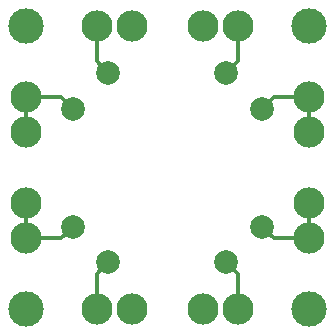
<source format=gtl>
G04*
G04 #@! TF.GenerationSoftware,Altium Limited,CircuitMaker,2.3.0 (2.3.0.3)*
G04*
G04 Layer_Physical_Order=1*
G04 Layer_Color=25308*
%FSLAX42Y42*%
%MOMM*%
G71*
G04*
G04 #@! TF.SameCoordinates,27FB0F2B-40EB-4A0B-9F57-6DB8B26DE0FC*
G04*
G04*
G04 #@! TF.FilePolarity,Positive*
G04*
G01*
G75*
%ADD14C,0.30*%
%ADD15C,2.64*%
%ADD16C,3.00*%
%ADD17C,2.00*%
D14*
X9100Y10900D02*
X9400D01*
X9000Y10800D02*
X9100Y10900D01*
X9000Y9800D02*
X9100Y9700D01*
X9400D01*
X8700Y9500D02*
X8800Y9400D01*
Y9100D02*
Y9400D01*
X7600Y9400D02*
X7700Y9500D01*
X7600Y9100D02*
Y9400D01*
X7300Y9700D02*
X7400Y9800D01*
X7000Y9700D02*
X7300D01*
X7300Y10900D02*
X7400Y10800D01*
X7000Y10900D02*
X7300D01*
X8700Y11100D02*
X8800Y11200D01*
Y11500D01*
X7600Y11200D02*
X7700Y11100D01*
X7600Y11200D02*
Y11500D01*
X7000Y10600D02*
Y10900D01*
Y9700D02*
Y10000D01*
X9400Y10600D02*
Y10900D01*
Y9700D02*
Y10000D01*
D15*
X7600Y11500D02*
D03*
X7900D02*
D03*
X8500D02*
D03*
X8800D02*
D03*
Y9100D02*
D03*
X8500D02*
D03*
X7900D02*
D03*
X7600D02*
D03*
X9400Y9700D02*
D03*
Y10000D02*
D03*
X7000D02*
D03*
Y9700D02*
D03*
X9400Y10600D02*
D03*
Y10900D02*
D03*
X7000D02*
D03*
Y10600D02*
D03*
D16*
X7000Y9100D02*
D03*
X9400D02*
D03*
Y11500D02*
D03*
X7000D02*
D03*
D03*
D17*
X9000Y9800D02*
D03*
X8700Y9500D02*
D03*
X9000Y10800D02*
D03*
X8700Y11100D02*
D03*
X7400Y9800D02*
D03*
X7700Y9500D02*
D03*
X7400Y10800D02*
D03*
X7700Y11100D02*
D03*
M02*

</source>
